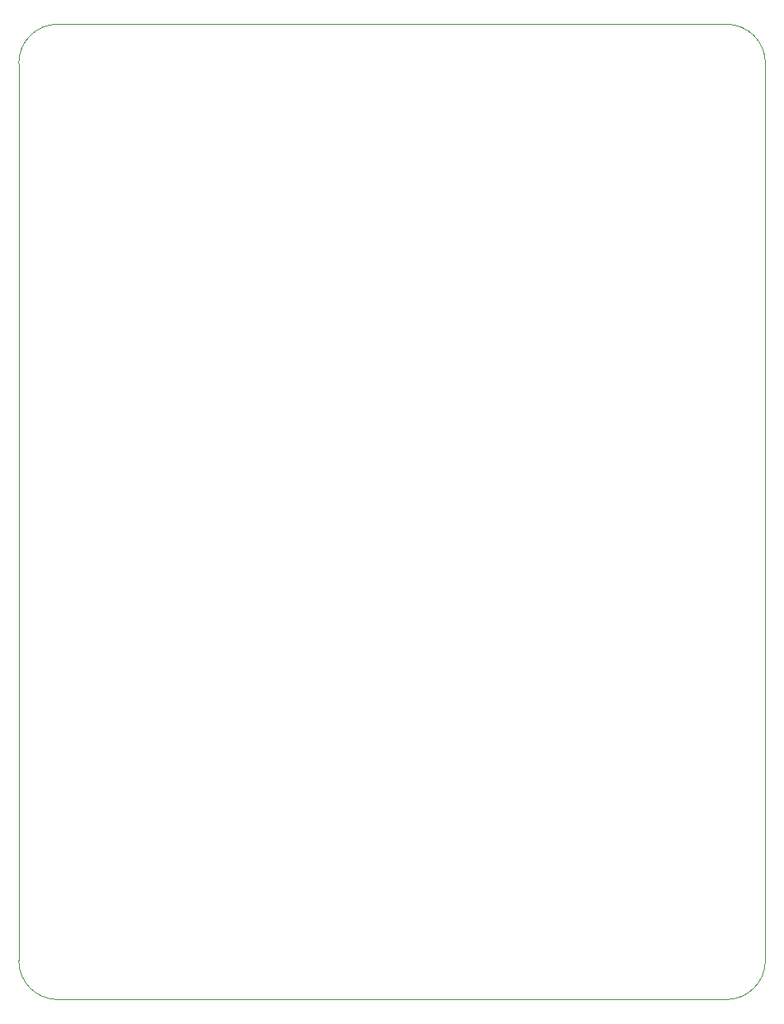
<source format=gko>
G04*
G04 #@! TF.GenerationSoftware,Altium Limited,Altium Designer,23.4.1 (23)*
G04*
G04 Layer_Color=16711935*
%FSLAX44Y44*%
%MOMM*%
G71*
G04*
G04 #@! TF.SameCoordinates,A498DFDA-0769-4059-8707-A0DE4882B552*
G04*
G04*
G04 #@! TF.FilePolarity,Positive*
G04*
G01*
G75*
%ADD146C,0.0127*%
D146*
X49950Y90012D02*
G03*
X89951Y50012I40000J0D01*
G01*
Y1050012D02*
G03*
X49950Y1010012I0J-40000D01*
G01*
X775950Y50012D02*
G03*
X815950Y90012I0J40000D01*
G01*
Y1010012D02*
G03*
X775950Y1050012I-40000J0D01*
G01*
X815950Y90012D02*
Y1010012D01*
X89951Y50012D02*
X775950D01*
X49950Y90012D02*
Y1010012D01*
X89951Y1050012D02*
X775950D01*
M02*

</source>
